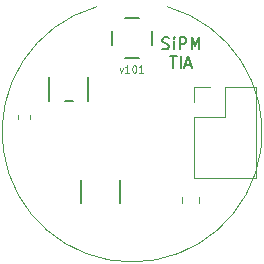
<source format=gbr>
G04 #@! TF.GenerationSoftware,KiCad,Pcbnew,5.99.0-unknown-4135f0c~100~ubuntu18.04.1*
G04 #@! TF.CreationDate,2019-11-01T15:56:38-04:00*
G04 #@! TF.ProjectId,tia,7469612e-6b69-4636-9164-5f7063625858,rev?*
G04 #@! TF.SameCoordinates,Original*
G04 #@! TF.FileFunction,Legend,Top*
G04 #@! TF.FilePolarity,Positive*
%FSLAX46Y46*%
G04 Gerber Fmt 4.6, Leading zero omitted, Abs format (unit mm)*
G04 Created by KiCad (PCBNEW 5.99.0-unknown-4135f0c~100~ubuntu18.04.1) date 2019-11-01 15:56:38*
%MOMM*%
%LPD*%
G04 APERTURE LIST*
%ADD10C,0.100000*%
%ADD11C,0.200000*%
%ADD12C,0.120000*%
%ADD13C,0.152400*%
G04 APERTURE END LIST*
D10*
X198950000Y-94571428D02*
X199092857Y-94971428D01*
X199235714Y-94571428D01*
X199778571Y-94971428D02*
X199435714Y-94971428D01*
X199607142Y-94971428D02*
X199607142Y-94371428D01*
X199550000Y-94457142D01*
X199492857Y-94514285D01*
X199435714Y-94542857D01*
X200150000Y-94371428D02*
X200207142Y-94371428D01*
X200264285Y-94400000D01*
X200292857Y-94428571D01*
X200321428Y-94485714D01*
X200350000Y-94600000D01*
X200350000Y-94742857D01*
X200321428Y-94857142D01*
X200292857Y-94914285D01*
X200264285Y-94942857D01*
X200207142Y-94971428D01*
X200150000Y-94971428D01*
X200092857Y-94942857D01*
X200064285Y-94914285D01*
X200035714Y-94857142D01*
X200007142Y-94742857D01*
X200007142Y-94600000D01*
X200035714Y-94485714D01*
X200064285Y-94428571D01*
X200092857Y-94400000D01*
X200150000Y-94371428D01*
X200921428Y-94971428D02*
X200578571Y-94971428D01*
X200750000Y-94971428D02*
X200750000Y-94371428D01*
X200692857Y-94457142D01*
X200635714Y-94514285D01*
X200578571Y-94542857D01*
D11*
X202554761Y-92949761D02*
X202697619Y-92997380D01*
X202935714Y-92997380D01*
X203030952Y-92949761D01*
X203078571Y-92902142D01*
X203126190Y-92806904D01*
X203126190Y-92711666D01*
X203078571Y-92616428D01*
X203030952Y-92568809D01*
X202935714Y-92521190D01*
X202745238Y-92473571D01*
X202650000Y-92425952D01*
X202602380Y-92378333D01*
X202554761Y-92283095D01*
X202554761Y-92187857D01*
X202602380Y-92092619D01*
X202650000Y-92045000D01*
X202745238Y-91997380D01*
X202983333Y-91997380D01*
X203126190Y-92045000D01*
X203554761Y-92997380D02*
X203554761Y-92330714D01*
X203554761Y-91997380D02*
X203507142Y-92045000D01*
X203554761Y-92092619D01*
X203602380Y-92045000D01*
X203554761Y-91997380D01*
X203554761Y-92092619D01*
X204030952Y-92997380D02*
X204030952Y-91997380D01*
X204411904Y-91997380D01*
X204507142Y-92045000D01*
X204554761Y-92092619D01*
X204602380Y-92187857D01*
X204602380Y-92330714D01*
X204554761Y-92425952D01*
X204507142Y-92473571D01*
X204411904Y-92521190D01*
X204030952Y-92521190D01*
X205030952Y-92997380D02*
X205030952Y-91997380D01*
X205364285Y-92711666D01*
X205697619Y-91997380D01*
X205697619Y-92997380D01*
X203197619Y-93607380D02*
X203769047Y-93607380D01*
X203483333Y-94607380D02*
X203483333Y-93607380D01*
X204102380Y-94607380D02*
X204102380Y-93607380D01*
X204530952Y-94321666D02*
X205007142Y-94321666D01*
X204435714Y-94607380D02*
X204769047Y-93607380D01*
X205102380Y-94607380D01*
D12*
X203010749Y-89407366D02*
G75*
G02X196980000Y-89410000I-3010749J-10592634D01*
G01*
X205270000Y-96170000D02*
X206600000Y-96170000D01*
X205270000Y-97500000D02*
X205270000Y-96170000D01*
X207870000Y-96170000D02*
X210470000Y-96170000D01*
X207870000Y-98770000D02*
X207870000Y-96170000D01*
X205270000Y-98770000D02*
X207870000Y-98770000D01*
X210470000Y-96170000D02*
X210470000Y-103910000D01*
X205270000Y-98770000D02*
X205270000Y-103910000D01*
X205270000Y-103910000D02*
X210470000Y-103910000D01*
D13*
X192999000Y-95356700D02*
X192999000Y-97363300D01*
X194312139Y-97363300D02*
X194987861Y-97363300D01*
X196301000Y-97363300D02*
X196301000Y-95356700D01*
X199001000Y-106053300D02*
X199001000Y-104046700D01*
X195699000Y-104046700D02*
X195699000Y-106053300D01*
D11*
X199400000Y-90315000D02*
X200600000Y-90315000D01*
X201725000Y-91440000D02*
X201725000Y-92640000D01*
X199400000Y-93765000D02*
X200600000Y-93765000D01*
X198275000Y-91440000D02*
X198275000Y-92640000D01*
D12*
X191360000Y-98912779D02*
X191360000Y-98587221D01*
X190340000Y-98912779D02*
X190340000Y-98587221D01*
X204230000Y-105541422D02*
X204230000Y-106058578D01*
X205650000Y-105541422D02*
X205650000Y-106058578D01*
M02*

</source>
